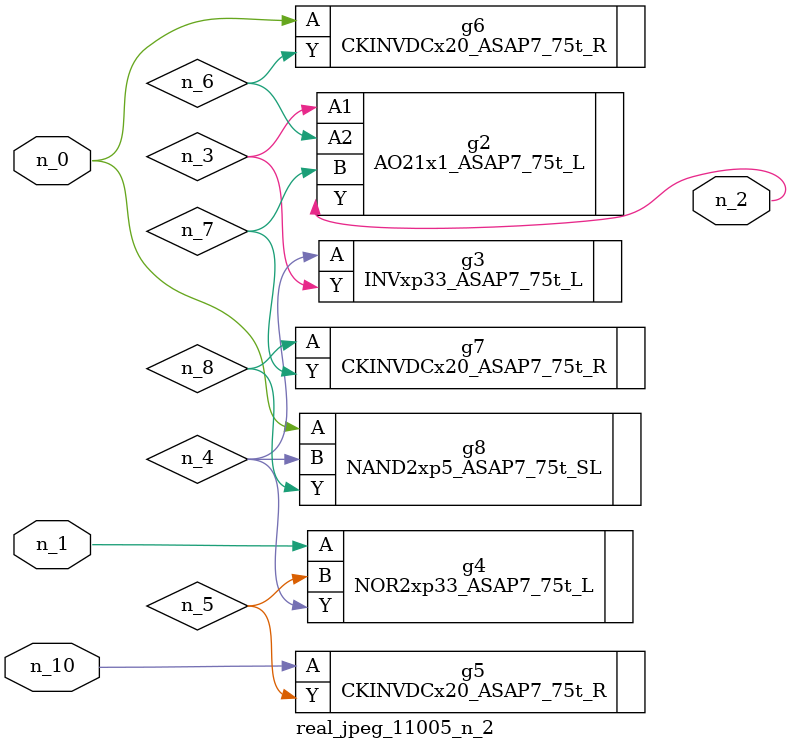
<source format=v>
module real_jpeg_11005_n_2 (n_1, n_10, n_0, n_2);

input n_1;
input n_10;
input n_0;

output n_2;

wire n_5;
wire n_4;
wire n_8;
wire n_6;
wire n_7;
wire n_3;

CKINVDCx20_ASAP7_75t_R g6 ( 
.A(n_0),
.Y(n_6)
);

NAND2xp5_ASAP7_75t_SL g8 ( 
.A(n_0),
.B(n_4),
.Y(n_8)
);

NOR2xp33_ASAP7_75t_L g4 ( 
.A(n_1),
.B(n_5),
.Y(n_4)
);

AO21x1_ASAP7_75t_L g2 ( 
.A1(n_3),
.A2(n_6),
.B(n_7),
.Y(n_2)
);

INVxp33_ASAP7_75t_L g3 ( 
.A(n_4),
.Y(n_3)
);

CKINVDCx20_ASAP7_75t_R g7 ( 
.A(n_8),
.Y(n_7)
);

CKINVDCx20_ASAP7_75t_R g5 ( 
.A(n_10),
.Y(n_5)
);


endmodule
</source>
